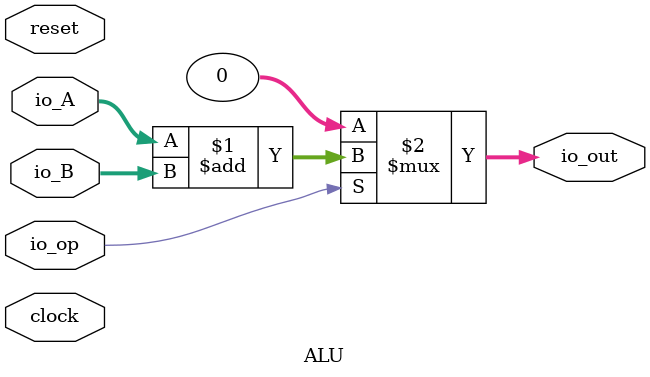
<source format=sv>
module ALU(	// @[src/main/ALU.scala:17:7]
  input         clock,	// @[src/main/ALU.scala:17:7]
                reset,	// @[src/main/ALU.scala:17:7]
  input  [31:0] io_A,	// @[src/main/ALU.scala:18:14]
                io_B,	// @[src/main/ALU.scala:18:14]
  input         io_op,	// @[src/main/ALU.scala:18:14]
  output [31:0] io_out	// @[src/main/ALU.scala:18:14]
);

  assign io_out = io_op ? io_A + io_B : 32'h0;	// @[src/main/ALU.scala:17:7, :19:{16,37}]
endmodule


</source>
